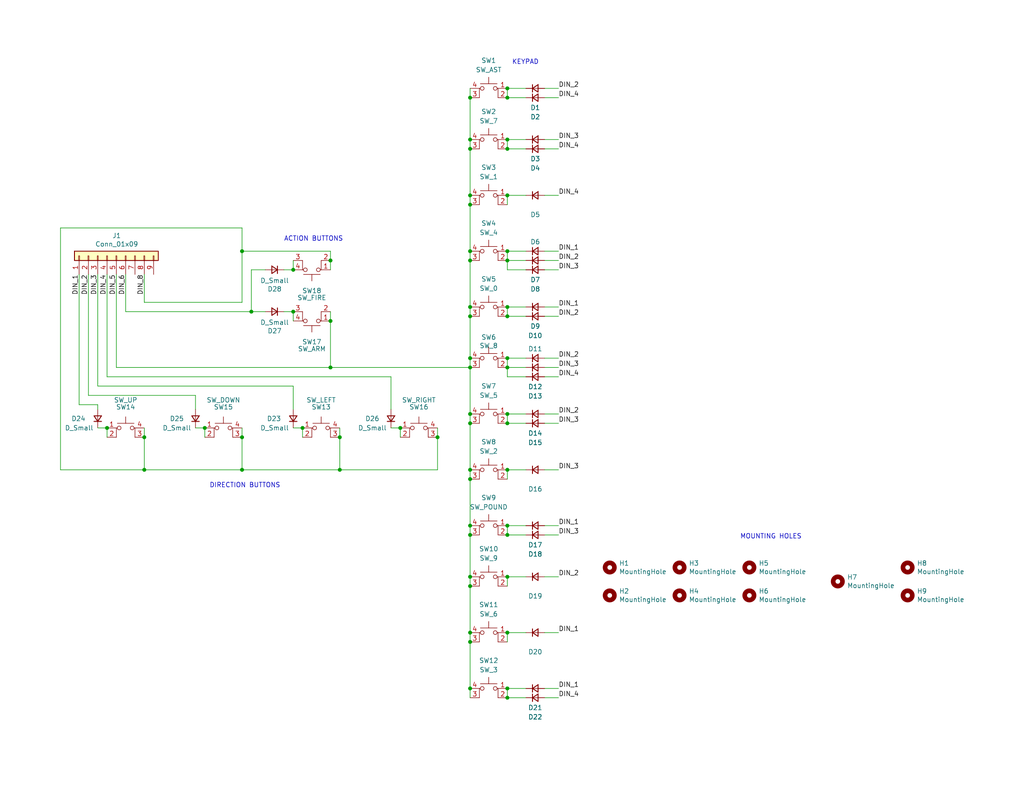
<source format=kicad_sch>
(kicad_sch (version 20211123) (generator eeschema)
  (paper "USLetter")
  (title_block (title "coleco controller") (company "sparkletron") (comment 1 "Jay Convertino") (comment 2 "MIT License"))
  (lib_symbols
    (symbol "Connector_Generic:Conn_01x09" (pin_names (offset 1.016) hide)
      (property "Reference" "J" (at 0 12.7 0))
      (property "Value" "Conn_01x09" (at 0 -12.7 0))
      (symbol "Conn_01x09_1_1"
        (rectangle (start -1.27 -10.033) (end 0 -10.287) (stroke (width 0.1524)))
        (rectangle (start -1.27 -7.493) (end 0 -7.747) (stroke (width 0.1524)))
        (rectangle (start -1.27 -4.953) (end 0 -5.207) (stroke (width 0.1524)))
        (rectangle (start -1.27 -2.413) (end 0 -2.667) (stroke (width 0.1524)))
        (rectangle (start -1.27 0.127) (end 0 -0.127) (stroke (width 0.1524)))
        (rectangle (start -1.27 2.667) (end 0 2.413) (stroke (width 0.1524)))
        (rectangle (start -1.27 5.207) (end 0 4.953) (stroke (width 0.1524)))
        (rectangle (start -1.27 7.747) (end 0 7.493) (stroke (width 0.1524)))
        (rectangle (start -1.27 10.287) (end 0 10.033) (stroke (width 0.1524)))
        (rectangle (start -1.27 11.43) (end 1.27 -11.43) (stroke (width 0.254)) (fill (type background)))
        (pin passive line (at -5.08 10.16 0) (length 3.81) (name "Pin_1") (number "1"))
        (pin passive line (at -5.08 7.62 0) (length 3.81) (name "Pin_2") (number "2"))
        (pin passive line (at -5.08 5.08 0) (length 3.81) (name "Pin_3") (number "3"))
        (pin passive line (at -5.08 2.54 0) (length 3.81) (name "Pin_4") (number "4"))
        (pin passive line (at -5.08 0 0) (length 3.81) (name "Pin_5") (number "5"))
        (pin passive line (at -5.08 -2.54 0) (length 3.81) (name "Pin_6") (number "6"))
        (pin passive line (at -5.08 -5.08 0) (length 3.81) (name "Pin_7") (number "7"))
        (pin passive line (at -5.08 -7.62 0) (length 3.81) (name "Pin_8") (number "8"))
        (pin passive line (at -5.08 -10.16 0) (length 3.81) (name "Pin_9") (number "9"))
      )
    )
    (symbol "Device:D_Small" (pin_numbers hide) (pin_names (offset 0.254) hide)
      (property "Reference" "D" (at -1.27 2.032 0))
      (property "Value" "D_Small" (at -3.81 -2.032 0))
      (symbol "D_Small_0_1"
        (polyline (pts (xy -0.762 -1.016) (xy -0.762 1.016)) (stroke (width 0.254)))
        (polyline (pts (xy -0.762 0) (xy 0.762 0)))
        (polyline (pts (xy 0.762 -1.016) (xy -0.762 0) (xy 0.762 1.016) (xy 0.762 -1.016)) (stroke (width 0.254)))
      )
      (symbol "D_Small_1_1"
        (pin passive line (at -2.54 0 0) (length 1.778) (name "K") (number "1"))
        (pin passive line (at 2.54 0 180) (length 1.778) (name "A") (number "2"))
      )
    )
    (symbol "Mechanical:MountingHole" (pin_names (offset 1.016))
      (property "Reference" "H" (at 0 5.08 0))
      (property "Value" "MountingHole" (at 0 3.175 0))
      (symbol "MountingHole_0_1"
        (circle (center 0 0) (radius 1.27) (stroke (width 1.27)))
      )
    )
    (symbol "Switch:SW_MEC_5E" (pin_names (offset 1.016) hide)
      (property "Reference" "SW" (at 0.635 5.715 0))
      (property "Value" "SW_MEC_5E" (at 0 -3.175 0))
      (symbol "SW_MEC_5E_0_1"
        (circle (center -1.778 2.54) (radius 0.508))
        (polyline (pts (xy -2.286 3.81) (xy 2.286 3.81)))
        (polyline (pts (xy 0 3.81) (xy 0 5.588)))
        (polyline (pts (xy -2.54 0) (xy -2.54 2.54) (xy -2.286 2.54)))
        (polyline (pts (xy 2.54 0) (xy 2.54 2.54) (xy 2.286 2.54)))
        (circle (center 1.778 2.54) (radius 0.508))
        (pin passive line (at -5.08 2.54 0) (length 2.54) (name "1") (number "1"))
        (pin passive line (at -5.08 0 0) (length 2.54) (name "2") (number "2"))
        (pin passive line (at 5.08 0 180) (length 2.54) (name "K") (number "3"))
        (pin passive line (at 5.08 2.54 180) (length 2.54) (name "A") (number "4"))
      )
    )
  )
  (junction (at 138.43 97.79))
  (junction (at 138.43 190.5))
  (junction (at 138.43 128.27))
  (junction (at 138.43 24.13))
  (junction (at 138.43 143.51))
  (junction (at 138.43 86.36))
  (junction (at 66.04 68.58))
  (junction (at 128.27 115.57))
  (junction (at 29.21 116.84))
  (junction (at 128.27 71.12))
  (junction (at 138.43 146.05))
  (junction (at 128.27 175.26))
  (junction (at 68.58 85.09))
  (junction (at 92.71 119.38))
  (junction (at 80.01 85.09))
  (junction (at 138.43 172.72))
  (junction (at 66.04 128.27))
  (junction (at 138.43 40.64))
  (junction (at 128.27 40.64))
  (junction (at 128.27 83.82))
  (junction (at 138.43 157.48))
  (junction (at 80.01 73.66))
  (junction (at 128.27 157.48))
  (junction (at 128.27 68.58))
  (junction (at 138.43 38.1))
  (junction (at 128.27 97.79))
  (junction (at 128.27 146.05))
  (junction (at 90.17 100.33))
  (junction (at 128.27 53.34))
  (junction (at 128.27 172.72))
  (junction (at 92.71 128.27))
  (junction (at 128.27 55.88))
  (junction (at 55.88 116.84))
  (junction (at 39.37 119.38))
  (junction (at 128.27 113.03))
  (junction (at 128.27 86.36))
  (junction (at 119.38 119.38))
  (junction (at 128.27 100.33))
  (junction (at 90.17 71.12))
  (junction (at 128.27 26.67))
  (junction (at 138.43 115.57))
  (junction (at 128.27 128.27))
  (junction (at 39.37 128.27))
  (junction (at 90.17 87.63))
  (junction (at 109.22 116.84))
  (junction (at 138.43 26.67))
  (junction (at 128.27 130.81))
  (junction (at 138.43 100.33))
  (junction (at 138.43 68.58))
  (junction (at 138.43 83.82))
  (junction (at 128.27 143.51))
  (junction (at 138.43 187.96))
  (junction (at 128.27 38.1))
  (junction (at 138.43 53.34))
  (junction (at 128.27 187.96))
  (junction (at 138.43 113.03))
  (junction (at 66.04 119.38))
  (junction (at 128.27 160.02))
  (junction (at 138.43 71.12))
  (junction (at 82.55 116.84))
  (wire (pts (xy 109.22 116.84) (xy 109.22 119.38)))
  (wire (pts (xy 152.4 157.48) (xy 148.59 157.48)))
  (wire (pts (xy 152.4 26.67) (xy 148.59 26.67)))
  (wire (pts (xy 66.04 68.58) (xy 66.04 62.23)))
  (wire (pts (xy 39.37 82.55) (xy 66.04 82.55)))
  (wire (pts (xy 26.67 110.49) (xy 26.67 111.76)))
  (wire (pts (xy 66.04 116.84) (xy 66.04 119.38)))
  (wire (pts (xy 128.27 68.58) (xy 128.27 71.12)))
  (wire (pts (xy 138.43 100.33) (xy 138.43 102.87)))
  (wire (pts (xy 128.27 100.33) (xy 128.27 113.03)))
  (wire (pts (xy 128.27 86.36) (xy 128.27 97.79)))
  (wire (pts (xy 66.04 128.27) (xy 92.71 128.27)))
  (wire (pts (xy 143.51 172.72) (xy 138.43 172.72)))
  (wire (pts (xy 152.4 53.34) (xy 148.59 53.34)))
  (wire (pts (xy 138.43 68.58) (xy 138.43 71.12)))
  (wire (pts (xy 66.04 128.27) (xy 66.04 119.38)))
  (wire (pts (xy 148.59 115.57) (xy 152.4 115.57)))
  (wire (pts (xy 34.29 85.09) (xy 68.58 85.09)))
  (wire (pts (xy 29.21 102.87) (xy 106.68 102.87)))
  (wire (pts (xy 80.01 116.84) (xy 82.55 116.84)))
  (wire (pts (xy 77.47 73.66) (xy 80.01 73.66)))
  (wire (pts (xy 68.58 85.09) (xy 72.39 85.09)))
  (wire (pts (xy 16.51 62.23) (xy 16.51 128.27)))
  (wire (pts (xy 31.75 74.93) (xy 31.75 100.33)))
  (wire (pts (xy 26.67 74.93) (xy 26.67 105.41)))
  (wire (pts (xy 152.4 38.1) (xy 148.59 38.1)))
  (wire (pts (xy 77.47 85.09) (xy 80.01 85.09)))
  (wire (pts (xy 138.43 113.03) (xy 138.43 115.57)))
  (wire (pts (xy 90.17 71.12) (xy 90.17 73.66)))
  (wire (pts (xy 143.51 146.05) (xy 138.43 146.05)))
  (wire (pts (xy 143.51 83.82) (xy 138.43 83.82)))
  (wire (pts (xy 39.37 74.93) (xy 39.37 82.55)))
  (wire (pts (xy 106.68 102.87) (xy 106.68 111.76)))
  (wire (pts (xy 128.27 190.5) (xy 128.27 187.96)))
  (wire (pts (xy 143.51 102.87) (xy 138.43 102.87)))
  (wire (pts (xy 143.51 68.58) (xy 138.43 68.58)))
  (wire (pts (xy 26.67 105.41) (xy 80.01 105.41)))
  (wire (pts (xy 53.34 116.84) (xy 55.88 116.84)))
  (wire (pts (xy 128.27 55.88) (xy 128.27 68.58)))
  (wire (pts (xy 138.43 86.36) (xy 143.51 86.36)))
  (wire (pts (xy 128.27 113.03) (xy 128.27 115.57)))
  (wire (pts (xy 143.51 113.03) (xy 138.43 113.03)))
  (wire (pts (xy 138.43 143.51) (xy 138.43 146.05)))
  (wire (pts (xy 143.51 128.27) (xy 138.43 128.27)))
  (wire (pts (xy 152.4 143.51) (xy 148.59 143.51)))
  (wire (pts (xy 143.51 143.51) (xy 138.43 143.51)))
  (wire (pts (xy 143.51 40.64) (xy 138.43 40.64)))
  (wire (pts (xy 21.59 110.49) (xy 26.67 110.49)))
  (wire (pts (xy 138.43 157.48) (xy 138.43 160.02)))
  (wire (pts (xy 16.51 128.27) (xy 39.37 128.27)))
  (wire (pts (xy 53.34 107.95) (xy 53.34 111.76)))
  (wire (pts (xy 128.27 26.67) (xy 128.27 38.1)))
  (wire (pts (xy 138.43 38.1) (xy 138.43 40.64)))
  (wire (pts (xy 128.27 115.57) (xy 128.27 128.27)))
  (wire (pts (xy 152.4 100.33) (xy 148.59 100.33)))
  (wire (pts (xy 138.43 83.82) (xy 138.43 86.36)))
  (wire (pts (xy 143.51 26.67) (xy 138.43 26.67)))
  (wire (pts (xy 128.27 24.13) (xy 128.27 26.67)))
  (wire (pts (xy 128.27 130.81) (xy 128.27 143.51)))
  (wire (pts (xy 143.51 100.33) (xy 138.43 100.33)))
  (wire (pts (xy 152.4 24.13) (xy 148.59 24.13)))
  (wire (pts (xy 128.27 38.1) (xy 128.27 40.64)))
  (wire (pts (xy 128.27 143.51) (xy 128.27 146.05)))
  (wire (pts (xy 24.13 107.95) (xy 53.34 107.95)))
  (wire (pts (xy 90.17 68.58) (xy 90.17 71.12)))
  (wire (pts (xy 21.59 74.93) (xy 21.59 110.49)))
  (wire (pts (xy 29.21 116.84) (xy 29.21 119.38)))
  (wire (pts (xy 143.51 73.66) (xy 138.43 73.66)))
  (wire (pts (xy 68.58 85.09) (xy 68.58 73.66)))
  (wire (pts (xy 128.27 40.64) (xy 128.27 53.34)))
  (wire (pts (xy 152.4 190.5) (xy 148.59 190.5)))
  (wire (pts (xy 128.27 128.27) (xy 128.27 130.81)))
  (wire (pts (xy 148.59 97.79) (xy 152.4 97.79)))
  (wire (pts (xy 39.37 119.38) (xy 39.37 116.84)))
  (wire (pts (xy 128.27 97.79) (xy 128.27 100.33)))
  (wire (pts (xy 148.59 102.87) (xy 152.4 102.87)))
  (wire (pts (xy 143.51 190.5) (xy 138.43 190.5)))
  (wire (pts (xy 106.68 116.84) (xy 109.22 116.84)))
  (wire (pts (xy 66.04 82.55) (xy 66.04 68.58)))
  (wire (pts (xy 138.43 53.34) (xy 143.51 53.34)))
  (wire (pts (xy 138.43 55.88) (xy 138.43 53.34)))
  (wire (pts (xy 148.59 146.05) (xy 152.4 146.05)))
  (wire (pts (xy 138.43 130.81) (xy 138.43 128.27)))
  (wire (pts (xy 128.27 146.05) (xy 128.27 157.48)))
  (wire (pts (xy 82.55 116.84) (xy 82.55 119.38)))
  (wire (pts (xy 138.43 175.26) (xy 138.43 172.72)))
  (wire (pts (xy 80.01 71.12) (xy 80.01 73.66)))
  (wire (pts (xy 128.27 160.02) (xy 128.27 172.72)))
  (wire (pts (xy 128.27 53.34) (xy 128.27 55.88)))
  (wire (pts (xy 143.51 24.13) (xy 138.43 24.13)))
  (wire (pts (xy 26.67 116.84) (xy 29.21 116.84)))
  (wire (pts (xy 138.43 24.13) (xy 138.43 26.67)))
  (wire (pts (xy 138.43 97.79) (xy 143.51 97.79)))
  (wire (pts (xy 29.21 74.93) (xy 29.21 102.87)))
  (wire (pts (xy 128.27 157.48) (xy 128.27 160.02)))
  (wire (pts (xy 92.71 119.38) (xy 92.71 116.84)))
  (wire (pts (xy 119.38 128.27) (xy 119.38 119.38)))
  (wire (pts (xy 152.4 73.66) (xy 148.59 73.66)))
  (wire (pts (xy 152.4 86.36) (xy 148.59 86.36)))
  (wire (pts (xy 34.29 74.93) (xy 34.29 85.09)))
  (wire (pts (xy 80.01 105.41) (xy 80.01 111.76)))
  (wire (pts (xy 80.01 87.63) (xy 80.01 85.09)))
  (wire (pts (xy 138.43 187.96) (xy 138.43 190.5)))
  (wire (pts (xy 152.4 172.72) (xy 148.59 172.72)))
  (wire (pts (xy 92.71 128.27) (xy 92.71 119.38)))
  (wire (pts (xy 39.37 128.27) (xy 66.04 128.27)))
  (wire (pts (xy 148.59 40.64) (xy 152.4 40.64)))
  (wire (pts (xy 143.51 71.12) (xy 138.43 71.12)))
  (wire (pts (xy 143.51 38.1) (xy 138.43 38.1)))
  (wire (pts (xy 152.4 68.58) (xy 148.59 68.58)))
  (wire (pts (xy 128.27 83.82) (xy 128.27 86.36)))
  (wire (pts (xy 143.51 115.57) (xy 138.43 115.57)))
  (wire (pts (xy 119.38 119.38) (xy 119.38 116.84)))
  (wire (pts (xy 31.75 100.33) (xy 90.17 100.33)))
  (wire (pts (xy 148.59 71.12) (xy 152.4 71.12)))
  (wire (pts (xy 24.13 74.93) (xy 24.13 107.95)))
  (wire (pts (xy 152.4 128.27) (xy 148.59 128.27)))
  (wire (pts (xy 39.37 128.27) (xy 39.37 119.38)))
  (wire (pts (xy 148.59 187.96) (xy 152.4 187.96)))
  (wire (pts (xy 128.27 175.26) (xy 128.27 187.96)))
  (wire (pts (xy 68.58 73.66) (xy 72.39 73.66)))
  (wire (pts (xy 138.43 71.12) (xy 138.43 73.66)))
  (wire (pts (xy 90.17 85.09) (xy 90.17 87.63)))
  (wire (pts (xy 90.17 100.33) (xy 128.27 100.33)))
  (wire (pts (xy 143.51 187.96) (xy 138.43 187.96)))
  (wire (pts (xy 55.88 116.84) (xy 55.88 119.38)))
  (wire (pts (xy 143.51 157.48) (xy 138.43 157.48)))
  (wire (pts (xy 66.04 68.58) (xy 90.17 68.58)))
  (wire (pts (xy 92.71 128.27) (xy 119.38 128.27)))
  (wire (pts (xy 16.51 62.23) (xy 66.04 62.23)))
  (wire (pts (xy 90.17 87.63) (xy 90.17 100.33)))
  (wire (pts (xy 128.27 172.72) (xy 128.27 175.26)))
  (wire (pts (xy 138.43 97.79) (xy 138.43 100.33)))
  (wire (pts (xy 152.4 113.03) (xy 148.59 113.03)))
  (wire (pts (xy 128.27 71.12) (xy 128.27 83.82)))
  (wire (pts (xy 148.59 83.82) (xy 152.4 83.82)))
  (text "KEYPAD" (at 139.7 17.78 0) (effects (font (size 1.27 1.27)) (justify left bottom)))
  (text "DIRECTION BUTTONS" (at 57.15 133.35 0) (effects (font (size 1.27 1.27)) (justify left bottom)))
  (text "MOUNTING HOLES\n" (at 201.93 147.32 0) (effects (font (size 1.27 1.27)) (justify left bottom)))
  (text "ACTION BUTTONS\n" (at 77.47 66.04 0) (effects (font (size 1.27 1.27)) (justify left bottom)))
  (label "DIN_3" (at 152.4 100.33 0))
  (label "DIN_2" (at 152.4 24.13 0))
  (label "DIN_4" (at 152.4 53.34 0))
  (label "DIN_5" (at 31.75 74.93 270))
  (label "DIN_4" (at 152.4 102.87 0))
  (label "DIN_6" (at 34.29 74.93 270))
  (label "DIN_3" (at 152.4 38.1 0))
  (label "DIN_4" (at 152.4 40.64 0))
  (label "DIN_3" (at 152.4 146.05 0))
  (label "DIN_2" (at 152.4 97.79 0))
  (label "DIN_4" (at 152.4 26.67 0))
  (label "DIN_2" (at 152.4 157.48 0))
  (label "DIN_8" (at 39.37 74.93 270))
  (label "DIN_4" (at 152.4 190.5 0))
  (label "DIN_2" (at 152.4 86.36 0))
  (label "DIN_1" (at 152.4 68.58 0))
  (label "DIN_1" (at 152.4 172.72 0))
  (label "DIN_3" (at 152.4 73.66 0))
  (label "DIN_1" (at 152.4 83.82 0))
  (label "DIN_1" (at 152.4 187.96 0))
  (label "DIN_1" (at 21.59 74.93 270))
  (label "DIN_4" (at 29.21 74.93 270))
  (label "DIN_3" (at 26.67 74.93 270))
  (label "DIN_2" (at 152.4 71.12 0))
  (label "DIN_3" (at 152.4 128.27 0))
  (label "DIN_3" (at 152.4 115.57 0))
  (label "DIN_2" (at 24.13 74.93 270))
  (label "DIN_2" (at 152.4 113.03 0))
  (label "DIN_1" (at 152.4 143.51 0))
  (symbol (lib_id "Switch:SW_MEC_5E") (at 87.63 119.38 0) (unit 1)
    (property "Reference" "SW13" (at 87.63 111.125 0))
    (property "Value" "SW_LEFT" (at 87.63 109.22 0))
    (property "Footprint" "Button_Switch_THT:SW_TH_Tactile_Omron_B3F-10xx" (effects hide))
  )
  (symbol (lib_id "Switch:SW_MEC_5E") (at 34.29 119.38 0) (unit 1)
    (property "Reference" "SW14" (at 34.29 111.125 0))
    (property "Value" "SW_UP" (at 34.29 109.22 0))
    (property "Footprint" "Button_Switch_THT:SW_TH_Tactile_Omron_B3F-10xx" (effects hide))
  )
  (symbol (lib_id "Switch:SW_MEC_5E") (at 114.3 119.38 0) (unit 1)
    (property "Reference" "SW16" (at 114.3 111.125 0))
    (property "Value" "SW_RIGHT" (at 114.3 109.22 0))
    (property "Footprint" "Button_Switch_THT:SW_TH_Tactile_Omron_B3F-10xx" (effects hide))
  )
  (symbol (lib_id "Switch:SW_MEC_5E") (at 60.96 119.38 0) (unit 1)
    (property "Reference" "SW15" (at 60.96 111.125 0))
    (property "Value" "SW_DOWN" (at 60.96 109.22 0))
    (property "Footprint" "Button_Switch_THT:SW_TH_Tactile_Omron_B3F-10xx" (effects hide))
  )
  (symbol (lib_id "Switch:SW_MEC_5E") (at 85.09 71.12 180) (unit 1)
    (property "Reference" "SW18" (at 85.09 79.375 0))
    (property "Value" "SW_FIRE" (at 85.09 81.28 0))
    (property "Footprint" "Button_Switch_THT:SW_TH_Tactile_Omron_B3F-10xx" (effects hide))
  )
  (symbol (lib_id "Switch:SW_MEC_5E") (at 85.09 85.09 180) (unit 1)
    (property "Reference" "SW17" (at 85.09 93.345 0))
    (property "Value" "SW_ARM" (at 85.09 95.25 0))
    (property "Footprint" "Button_Switch_THT:SW_TH_Tactile_Omron_B3F-10xx" (effects hide))
  )
  (symbol (lib_id "Switch:SW_MEC_5E") (at 133.35 26.67 0) (mirror y) (unit 1)
    (property "Reference" "SW1" (at 133.35 16.51 0))
    (property "Value" "SW_AST" (at 133.35 19.05 0))
    (property "Footprint" "Button_Switch_THT:SW_TH_Tactile_Omron_B3F-10xx" (effects hide))
  )
  (symbol (lib_id "Switch:SW_MEC_5E") (at 133.35 86.36 0) (mirror y) (unit 1)
    (property "Reference" "SW5" (at 133.35 76.2 0))
    (property "Value" "SW_0" (at 133.35 78.74 0))
    (property "Footprint" "Button_Switch_THT:SW_TH_Tactile_Omron_B3F-10xx" (effects hide))
  )
  (symbol (lib_id "Switch:SW_MEC_5E") (at 133.35 146.05 0) (mirror y) (unit 1)
    (property "Reference" "SW9" (at 133.35 135.89 0))
    (property "Value" "SW_POUND" (at 133.35 138.43 0))
    (property "Footprint" "Button_Switch_THT:SW_TH_Tactile_Omron_B3F-10xx" (effects hide))
  )
  (symbol (lib_id "Switch:SW_MEC_5E") (at 133.35 40.64 0) (mirror y) (unit 1)
    (property "Reference" "SW2" (at 133.35 30.48 0))
    (property "Value" "SW_7" (at 133.35 33.02 0))
    (property "Footprint" "Button_Switch_THT:SW_TH_Tactile_Omron_B3F-10xx" (effects hide))
  )
  (symbol (lib_id "Switch:SW_MEC_5E") (at 133.35 100.33 0) (mirror y) (unit 1)
    (property "Reference" "SW6" (at 133.35 92.075 0))
    (property "Value" "SW_8" (at 133.35 94.3864 0))
    (property "Footprint" "Button_Switch_THT:SW_TH_Tactile_Omron_B3F-10xx" (effects hide))
  )
  (symbol (lib_id "Switch:SW_MEC_5E") (at 133.35 160.02 0) (mirror y) (unit 1)
    (property "Reference" "SW10" (at 133.35 149.86 0))
    (property "Value" "SW_9" (at 133.35 152.4 0))
    (property "Footprint" "Button_Switch_THT:SW_TH_Tactile_Omron_B3F-10xx" (effects hide))
  )
  (symbol (lib_id "Switch:SW_MEC_5E") (at 133.35 175.26 0) (mirror y) (unit 1)
    (property "Reference" "SW11" (at 133.35 165.1 0))
    (property "Value" "SW_6" (at 133.35 167.64 0))
    (property "Footprint" "Button_Switch_THT:SW_TH_Tactile_Omron_B3F-10xx" (effects hide))
  )
  (symbol (lib_id "Switch:SW_MEC_5E") (at 133.35 190.5 0) (mirror y) (unit 1)
    (property "Reference" "SW12" (at 133.35 180.34 0))
    (property "Value" "SW_3" (at 133.35 182.88 0))
    (property "Footprint" "Button_Switch_THT:SW_TH_Tactile_Omron_B3F-10xx" (effects hide))
  )
  (symbol (lib_id "Switch:SW_MEC_5E") (at 133.35 130.81 0) (mirror y) (unit 1)
    (property "Reference" "SW8" (at 133.35 120.65 0))
    (property "Value" "SW_2" (at 133.35 123.19 0))
    (property "Footprint" "Button_Switch_THT:SW_TH_Tactile_Omron_B3F-10xx" (effects hide))
  )
  (symbol (lib_id "Switch:SW_MEC_5E") (at 133.35 115.57 0) (mirror y) (unit 1)
    (property "Reference" "SW7" (at 133.35 105.41 0))
    (property "Value" "SW_5" (at 133.35 107.95 0))
    (property "Footprint" "Button_Switch_THT:SW_TH_Tactile_Omron_B3F-10xx" (effects hide))
  )
  (symbol (lib_id "Switch:SW_MEC_5E") (at 133.35 55.88 0) (mirror y) (unit 1)
    (property "Reference" "SW3" (at 133.35 45.72 0))
    (property "Value" "SW_1" (at 133.35 48.26 0))
    (property "Footprint" "Button_Switch_THT:SW_TH_Tactile_Omron_B3F-10xx" (effects hide))
  )
  (symbol (lib_id "Switch:SW_MEC_5E") (at 133.35 71.12 0) (mirror y) (unit 1)
    (property "Reference" "SW4" (at 133.35 60.96 0))
    (property "Value" "SW_4" (at 133.35 63.5 0))
    (property "Footprint" "Button_Switch_THT:SW_TH_Tactile_Omron_B3F-10xx" (effects hide))
  )
  (symbol (lib_id "Mechanical:MountingHole") (at 228.6 158.75 0) (unit 1)
    (property "Reference" "H7" (at 231.14 157.5816 0) (effects (justify left)))
    (property "Value" "MountingHole" (at 231.14 159.893 0) (effects (justify left)))
    (property "Footprint" "MountingHole:MountingHole_2.7mm_M2.5" (effects hide))
  )
  (symbol (lib_id "Device:D_Small") (at 146.05 24.13 0) (mirror x) (unit 1)
    (property "Reference" "D1" (at 146.05 29.3878 0))
    (property "Value" "D_Small" (effects hide))
    (property "Footprint" "Diode_THT:D_DO-35_SOD27_P7.62mm_Horizontal" (effects hide))
  )
  (symbol (lib_id "Device:D_Small") (at 146.05 38.1 0) (mirror x) (unit 1)
    (property "Reference" "D3" (at 146.05 43.3578 0))
    (property "Value" "D_Small" (effects hide))
    (property "Footprint" "Diode_THT:D_DO-35_SOD27_P5.08mm_Vertical_KathodeUp" (effects hide))
  )
  (symbol (lib_id "Device:D_Small") (at 146.05 26.67 0) (mirror x) (unit 1)
    (property "Reference" "D2" (at 146.05 31.9278 0))
    (property "Value" "D_Small" (effects hide))
    (property "Footprint" "Diode_THT:D_DO-35_SOD27_P2.54mm_Vertical_KathodeUp" (effects hide))
  )
  (symbol (lib_id "Device:D_Small") (at 80.01 114.3 90) (unit 1)
    (property "Reference" "D23" (at 74.7522 114.3 90))
    (property "Value" "D_Small" (at 74.93 116.84 90))
    (property "Footprint" "Diode_THT:D_DO-35_SOD27_P7.62mm_Horizontal" (effects hide))
  )
  (symbol (lib_id "Device:D_Small") (at 146.05 40.64 0) (mirror x) (unit 1)
    (property "Reference" "D4" (at 146.05 45.8978 0))
    (property "Value" "D_Small" (effects hide))
    (property "Footprint" "Diode_THT:D_DO-35_SOD27_P2.54mm_Vertical_KathodeUp" (effects hide))
  )
  (symbol (lib_id "Device:D_Small") (at 146.05 53.34 0) (mirror x) (unit 1)
    (property "Reference" "D5" (at 146.05 58.5978 0))
    (property "Value" "D_Small" (effects hide))
    (property "Footprint" "Diode_THT:D_DO-35_SOD27_P2.54mm_Vertical_KathodeUp" (effects hide))
  )
  (symbol (lib_id "Device:D_Small") (at 146.05 68.58 0) (mirror x) (unit 1)
    (property "Reference" "D6" (at 146.05 66.04 0))
    (property "Value" "D_Small" (effects hide))
    (property "Footprint" "Diode_THT:D_DO-35_SOD27_P10.16mm_Horizontal" (effects hide))
  )
  (symbol (lib_id "Device:D_Small") (at 146.05 71.12 0) (mirror x) (unit 1)
    (property "Reference" "D7" (at 146.05 76.3778 0))
    (property "Value" "D_Small" (effects hide))
    (property "Footprint" "Diode_THT:D_DO-35_SOD27_P7.62mm_Horizontal" (effects hide))
  )
  (symbol (lib_id "Device:D_Small") (at 146.05 73.66 0) (mirror x) (unit 1)
    (property "Reference" "D8" (at 146.05 78.9178 0))
    (property "Value" "D_Small" (effects hide))
    (property "Footprint" "Diode_THT:D_DO-35_SOD27_P5.08mm_Vertical_KathodeUp" (effects hide))
  )
  (symbol (lib_id "Device:D_Small") (at 106.68 114.3 90) (unit 1)
    (property "Reference" "D26" (at 101.6 114.3 90))
    (property "Value" "D_Small" (at 101.6 116.84 90))
    (property "Footprint" "Diode_THT:D_DO-35_SOD27_P7.62mm_Horizontal" (effects hide))
  )
  (symbol (lib_id "Mechanical:MountingHole") (at 247.65 154.94 0) (unit 1)
    (property "Reference" "H8" (at 250.19 153.7716 0) (effects (justify left)))
    (property "Value" "MountingHole" (at 250.19 156.083 0) (effects (justify left)))
    (property "Footprint" "MountingHole:MountingHole_4.3mm_M4" (effects hide))
  )
  (symbol (lib_id "Mechanical:MountingHole") (at 247.65 162.56 0) (unit 1)
    (property "Reference" "H9" (at 250.19 161.3916 0) (effects (justify left)))
    (property "Value" "MountingHole" (at 250.19 163.703 0) (effects (justify left)))
    (property "Footprint" "MountingHole:MountingHole_4.3mm_M4" (effects hide))
  )
  (symbol (lib_id "Device:D_Small") (at 26.67 114.3 90) (unit 1)
    (property "Reference" "D24" (at 21.4122 114.3 90))
    (property "Value" "D_Small" (at 21.59 116.84 90))
    (property "Footprint" "Diode_THT:D_DO-35_SOD27_P7.62mm_Horizontal" (effects hide))
  )
  (symbol (lib_id "Device:D_Small") (at 53.34 114.3 90) (unit 1)
    (property "Reference" "D25" (at 48.26 114.3 90))
    (property "Value" "D_Small" (at 48.26 116.84 90))
    (property "Footprint" "Diode_THT:D_DO-35_SOD27_P7.62mm_Horizontal" (effects hide))
  )
  (symbol (lib_id "Device:D_Small") (at 146.05 83.82 0) (mirror x) (unit 1)
    (property "Reference" "D9" (at 146.05 89.0778 0))
    (property "Value" "D_Small" (effects hide))
    (property "Footprint" "Diode_THT:D_DO-35_SOD27_P10.16mm_Horizontal" (effects hide))
  )
  (symbol (lib_id "Device:D_Small") (at 146.05 86.36 0) (mirror x) (unit 1)
    (property "Reference" "D10" (at 146.05 91.6178 0))
    (property "Value" "D_Small" (effects hide))
    (property "Footprint" "Diode_THT:D_DO-35_SOD27_P7.62mm_Horizontal" (effects hide))
  )
  (symbol (lib_id "Device:D_Small") (at 74.93 85.09 180) (unit 1)
    (property "Reference" "D27" (at 74.93 90.3478 0))
    (property "Value" "D_Small" (at 74.93 88.0364 0))
    (property "Footprint" "Diode_THT:D_DO-35_SOD27_P7.62mm_Horizontal" (effects hide))
  )
  (symbol (lib_id "Device:D_Small") (at 74.93 73.66 180) (unit 1)
    (property "Reference" "D28" (at 74.93 78.9178 0))
    (property "Value" "D_Small" (at 74.93 76.6064 0))
    (property "Footprint" "Diode_THT:D_DO-35_SOD27_P7.62mm_Horizontal" (effects hide))
  )
  (symbol (lib_id "Device:D_Small") (at 146.05 97.79 0) (mirror x) (unit 1)
    (property "Reference" "D11" (at 146.05 95.25 0))
    (property "Value" "D_Small" (effects hide))
    (property "Footprint" "Diode_THT:D_DO-35_SOD27_P7.62mm_Horizontal" (effects hide))
  )
  (symbol (lib_id "Device:D_Small") (at 146.05 100.33 0) (mirror x) (unit 1)
    (property "Reference" "D12" (at 146.05 105.5878 0))
    (property "Value" "D_Small" (effects hide))
    (property "Footprint" "Diode_THT:D_DO-35_SOD27_P5.08mm_Vertical_KathodeUp" (effects hide))
  )
  (symbol (lib_id "Device:D_Small") (at 146.05 102.87 0) (mirror x) (unit 1)
    (property "Reference" "D13" (at 146.05 108.1278 0))
    (property "Value" "D_Small" (effects hide))
    (property "Footprint" "Diode_THT:D_DO-35_SOD27_P2.54mm_Vertical_KathodeUp" (effects hide))
  )
  (symbol (lib_id "Device:D_Small") (at 146.05 113.03 0) (mirror x) (unit 1)
    (property "Reference" "D14" (at 146.05 118.2878 0))
    (property "Value" "D_Small" (effects hide))
    (property "Footprint" "Diode_THT:D_DO-35_SOD27_P7.62mm_Horizontal" (effects hide))
  )
  (symbol (lib_id "Device:D_Small") (at 146.05 115.57 0) (mirror x) (unit 1)
    (property "Reference" "D15" (at 146.05 120.8278 0))
    (property "Value" "D_Small" (effects hide))
    (property "Footprint" "Diode_THT:D_DO-35_SOD27_P5.08mm_Vertical_KathodeUp" (effects hide))
  )
  (symbol (lib_id "Device:D_Small") (at 146.05 128.27 0) (mirror x) (unit 1)
    (property "Reference" "D16" (at 146.05 133.5278 0))
    (property "Value" "D_Small" (effects hide))
    (property "Footprint" "Diode_THT:D_DO-35_SOD27_P5.08mm_Vertical_KathodeUp" (effects hide))
  )
  (symbol (lib_id "Device:D_Small") (at 146.05 143.51 0) (mirror x) (unit 1)
    (property "Reference" "D17" (at 146.05 148.7678 0))
    (property "Value" "D_Small" (effects hide))
    (property "Footprint" "Diode_THT:D_DO-35_SOD27_P10.16mm_Horizontal" (effects hide))
  )
  (symbol (lib_id "Device:D_Small") (at 146.05 146.05 0) (mirror x) (unit 1)
    (property "Reference" "D18" (at 146.05 151.3078 0))
    (property "Value" "D_Small" (effects hide))
    (property "Footprint" "Diode_THT:D_DO-35_SOD27_P5.08mm_Vertical_KathodeUp" (effects hide))
  )
  (symbol (lib_id "Device:D_Small") (at 146.05 157.48 0) (mirror x) (unit 1)
    (property "Reference" "D19" (at 146.05 162.7378 0))
    (property "Value" "D_Small" (effects hide))
    (property "Footprint" "Diode_THT:D_DO-35_SOD27_P7.62mm_Horizontal" (effects hide))
  )
  (symbol (lib_id "Device:D_Small") (at 146.05 172.72 0) (mirror x) (unit 1)
    (property "Reference" "D20" (at 146.05 177.9778 0))
    (property "Value" "D_Small" (effects hide))
    (property "Footprint" "Diode_THT:D_DO-35_SOD27_P10.16mm_Horizontal" (effects hide))
  )
  (symbol (lib_id "Device:D_Small") (at 146.05 187.96 0) (mirror x) (unit 1)
    (property "Reference" "D21" (at 146.05 193.2178 0))
    (property "Value" "D_Small" (effects hide))
    (property "Footprint" "Diode_THT:D_DO-35_SOD27_P10.16mm_Horizontal" (effects hide))
  )
  (symbol (lib_id "Mechanical:MountingHole") (at 166.37 154.94 0) (unit 1)
    (property "Reference" "H1" (at 168.91 153.7716 0) (effects (justify left)))
    (property "Value" "MountingHole" (at 168.91 156.083 0) (effects (justify left)))
    (property "Footprint" "MountingHole:MountingHole_4.3mm_M4" (effects hide))
  )
  (symbol (lib_id "Mechanical:MountingHole") (at 185.42 154.94 0) (unit 1)
    (property "Reference" "H3" (at 187.96 153.7716 0) (effects (justify left)))
    (property "Value" "MountingHole" (at 187.96 156.083 0) (effects (justify left)))
    (property "Footprint" "MountingHole:MountingHole_4.3mm_M4" (effects hide))
  )
  (symbol (lib_id "Mechanical:MountingHole") (at 204.47 154.94 0) (unit 1)
    (property "Reference" "H5" (at 207.01 153.7716 0) (effects (justify left)))
    (property "Value" "MountingHole" (at 207.01 156.083 0) (effects (justify left)))
    (property "Footprint" "MountingHole:MountingHole_4.3mm_M4" (effects hide))
  )
  (symbol (lib_id "Mechanical:MountingHole") (at 185.42 162.56 0) (unit 1)
    (property "Reference" "H4" (at 187.96 161.3916 0) (effects (justify left)))
    (property "Value" "MountingHole" (at 187.96 163.703 0) (effects (justify left)))
    (property "Footprint" "MountingHole:MountingHole_4.3mm_M4" (effects hide))
  )
  (symbol (lib_id "Mechanical:MountingHole") (at 166.37 162.56 0) (unit 1)
    (property "Reference" "H2" (at 168.91 161.3916 0) (effects (justify left)))
    (property "Value" "MountingHole" (at 168.91 163.703 0) (effects (justify left)))
    (property "Footprint" "MountingHole:MountingHole_4.3mm_M4" (effects hide))
  )
  (symbol (lib_id "Device:D_Small") (at 146.05 190.5 0) (mirror x) (unit 1)
    (property "Reference" "D22" (at 146.05 195.7578 0))
    (property "Value" "D_Small" (effects hide))
    (property "Footprint" "Diode_THT:D_DO-35_SOD27_P2.54mm_Vertical_KathodeUp" (effects hide))
  )
  (symbol (lib_id "Mechanical:MountingHole") (at 204.47 162.56 0) (unit 1)
    (property "Reference" "H6" (at 207.01 161.3916 0) (effects (justify left)))
    (property "Value" "MountingHole" (at 207.01 163.703 0) (effects (justify left)))
    (property "Footprint" "MountingHole:MountingHole_4.3mm_M4" (effects hide))
  )
  (symbol (lib_id "Connector_Generic:Conn_01x09") (at 31.75 69.85 90) (unit 1)
    (property "Reference" "J1" (at 31.8516 64.3382 90))
    (property "Value" "Conn_01x09" (at 31.8516 66.6496 90))
    (property "Footprint" "Connector_PinSocket_2.54mm:PinSocket_1x09_P2.54mm_Vertical" (effects hide))
  )
)
</source>
